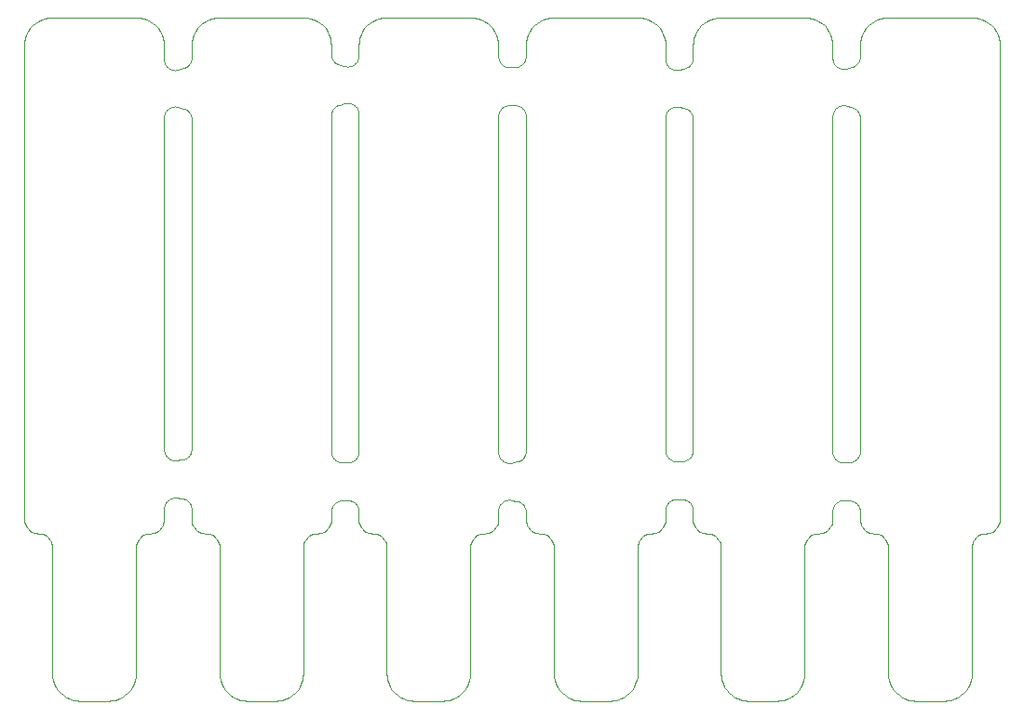
<source format=gko>
%MOIN*%
%OFA0B0*%
%FSLAX36Y36*%
%IPPOS*%
%LPD*%
%ADD10C,0*%
D10*
X002992126Y002089746D02*
X002992126Y002089746D01*
X002992126Y000894896D01*
X002992017Y000891978D01*
X002991693Y000889075D01*
X002991155Y000886205D01*
X002990405Y000883383D01*
X002989448Y000880624D01*
X002988289Y000877944D01*
X002986935Y000875357D01*
X002985393Y000872877D01*
X002983671Y000870519D01*
X002981779Y000868294D01*
X002979728Y000866216D01*
X002977528Y000864296D01*
X002975191Y000862544D01*
X002972732Y000860970D01*
X002970162Y000859583D01*
X002967497Y000858390D01*
X002964751Y000857397D01*
X002961938Y000856611D01*
X002959075Y000856036D01*
X002956178Y000855675D01*
X002936492Y000853957D01*
X002933233Y000853808D01*
X002929973Y000853930D01*
X002926734Y000854321D01*
X002923539Y000854979D01*
X002920409Y000855900D01*
X002917366Y000857076D01*
X002914430Y000858500D01*
X002911623Y000860163D01*
X002908963Y000862052D01*
X002906469Y000864155D01*
X002904157Y000866457D01*
X002902044Y000868942D01*
X002900144Y000871595D01*
X002898470Y000874395D01*
X002897034Y000877324D01*
X002895845Y000880362D01*
X002894911Y000883488D01*
X002894240Y000886681D01*
X002893836Y000889918D01*
X002893700Y000893178D01*
X002893700Y002095400D01*
X002893869Y002099037D01*
X002894373Y002102644D01*
X002895207Y002106188D01*
X002896366Y002109640D01*
X002897839Y002112970D01*
X002899613Y002116150D01*
X002901673Y002119153D01*
X002904002Y002121952D01*
X002906579Y002124524D01*
X002909384Y002126847D01*
X002912390Y002128901D01*
X002915574Y002130668D01*
X002918907Y002132134D01*
X002922362Y002133285D01*
X002925908Y002134113D01*
X002929515Y002134609D01*
X002933153Y002134770D01*
X002936790Y002134594D01*
X002940396Y002134082D01*
X002943938Y002133240D01*
X002963623Y002127587D01*
X002966042Y002126807D01*
X002968405Y002125872D01*
X002970703Y002124788D01*
X002972926Y002123557D01*
X002975065Y002122185D01*
X002977111Y002120678D01*
X002979056Y002119043D01*
X002980891Y002117285D01*
X002982609Y002115412D01*
X002984203Y002113433D01*
X002985666Y002111355D01*
X002986991Y002109187D01*
X002988174Y002106938D01*
X002989209Y002104617D01*
X002990093Y002102235D01*
X002990820Y002099800D01*
X002991390Y002097323D01*
X002991798Y002094815D01*
X002992044Y002092286D01*
X002992126Y002089746D01*
X000500000Y000688806D02*
X000500000Y000688806D01*
X000500136Y000692075D01*
X000500542Y000695320D01*
X000501217Y000698521D01*
X000502155Y000701655D01*
X000503350Y000704700D01*
X000504794Y000707635D01*
X000506477Y000710441D01*
X000508386Y000713097D01*
X000510509Y000715585D01*
X000512832Y000717888D01*
X000515338Y000719991D01*
X000518010Y000721878D01*
X000520829Y000723537D01*
X000523776Y000724957D01*
X000526831Y000726126D01*
X000529972Y000727038D01*
X000533179Y000727687D01*
X000536428Y000728066D01*
X000539697Y000728175D01*
X000542964Y000728012D01*
X000562649Y000726207D01*
X000565537Y000725834D01*
X000568389Y000725249D01*
X000571190Y000724455D01*
X000573925Y000723456D01*
X000576578Y000722257D01*
X000579135Y000720866D01*
X000581583Y000719289D01*
X000583908Y000717536D01*
X000586096Y000715616D01*
X000588137Y000713539D01*
X000590018Y000711317D01*
X000591731Y000708963D01*
X000593264Y000706488D01*
X000594611Y000703906D01*
X000595763Y000701233D01*
X000596714Y000698481D01*
X000597460Y000695667D01*
X000597995Y000692805D01*
X000598317Y000689911D01*
X000598425Y000687002D01*
X000598425Y000649999D01*
X000599041Y000642178D01*
X000600872Y000634549D01*
X000603874Y000627300D01*
X000607974Y000620611D01*
X000613069Y000614644D01*
X000619036Y000609549D01*
X000625726Y000605449D01*
X000632973Y000602447D01*
X000640603Y000600615D01*
X000648425Y000600000D01*
X000656247Y000599384D01*
X000663875Y000597553D01*
X000671124Y000594550D01*
X000677814Y000590451D01*
X000683780Y000585355D01*
X000688875Y000579389D01*
X000692974Y000572699D01*
X000695977Y000565451D01*
X000697809Y000557822D01*
X000698425Y000549999D01*
X000698425Y000099999D01*
X000699280Y000086947D01*
X000701832Y000074118D01*
X000706037Y000061731D01*
X000711822Y000050000D01*
X000719090Y000039123D01*
X000727714Y000029289D01*
X000737548Y000020664D01*
X000748425Y000013397D01*
X000760156Y000007612D01*
X000772543Y000003407D01*
X000785372Y000000855D01*
X000798424Y000000000D01*
X000898425Y000000000D01*
X000911476Y000000855D01*
X000924306Y000003407D01*
X000936692Y000007612D01*
X000948425Y000013397D01*
X000959300Y000020664D01*
X000969135Y000029289D01*
X000977760Y000039123D01*
X000985027Y000050000D01*
X000990812Y000061731D01*
X000995017Y000074118D01*
X000997569Y000086947D01*
X000998424Y000099999D01*
X000998424Y000549999D01*
X000999040Y000557822D01*
X001000872Y000565451D01*
X001003874Y000572699D01*
X001007973Y000579389D01*
X001013069Y000585355D01*
X001019036Y000590451D01*
X001025726Y000594550D01*
X001032974Y000597553D01*
X001040602Y000599384D01*
X001048425Y000600000D01*
X001056247Y000600615D01*
X001063875Y000602447D01*
X001071124Y000605449D01*
X001077813Y000609549D01*
X001083780Y000614644D01*
X001088875Y000620611D01*
X001092974Y000627300D01*
X001095977Y000634549D01*
X001097809Y000642178D01*
X001098425Y000649999D01*
X001098425Y000678747D01*
X001098537Y000681720D01*
X001098874Y000684676D01*
X001099433Y000687599D01*
X001100211Y000690470D01*
X001101204Y000693275D01*
X001102405Y000695997D01*
X001103809Y000698621D01*
X001105407Y000701131D01*
X001107190Y000703513D01*
X001109148Y000705753D01*
X001111269Y000707839D01*
X001113542Y000709760D01*
X001115954Y000711503D01*
X001118490Y000713059D01*
X001121136Y000714419D01*
X001123878Y000715575D01*
X001126699Y000716521D01*
X001129583Y000717251D01*
X001132514Y000717761D01*
X001135476Y000718048D01*
X001155161Y000719210D01*
X001158368Y000719268D01*
X001161569Y000719065D01*
X001164742Y000718603D01*
X001167868Y000717883D01*
X001170924Y000716911D01*
X001173892Y000715694D01*
X001176750Y000714240D01*
X001179481Y000712557D01*
X001182065Y000710658D01*
X001184487Y000708555D01*
X001186729Y000706262D01*
X001188777Y000703794D01*
X001190617Y000701167D01*
X001192238Y000698399D01*
X001193627Y000695509D01*
X001194777Y000692515D01*
X001195680Y000689437D01*
X001196328Y000686296D01*
X001196719Y000683113D01*
X001196850Y000679908D01*
X001196850Y000649999D01*
X001197466Y000642178D01*
X001199297Y000634549D01*
X001202299Y000627300D01*
X001206399Y000620611D01*
X001211494Y000614644D01*
X001217461Y000609549D01*
X001224151Y000605449D01*
X001231399Y000602447D01*
X001239028Y000600615D01*
X001246850Y000600000D01*
X001254672Y000599384D01*
X001262300Y000597553D01*
X001269549Y000594550D01*
X001276239Y000590451D01*
X001282205Y000585355D01*
X001287301Y000579389D01*
X001291399Y000572699D01*
X001294402Y000565451D01*
X001296234Y000557822D01*
X001296850Y000549999D01*
X001296850Y000099999D01*
X001297705Y000086947D01*
X001300257Y000074118D01*
X001304462Y000061731D01*
X001310247Y000050000D01*
X001317515Y000039123D01*
X001326139Y000029289D01*
X001335974Y000020664D01*
X001346850Y000013397D01*
X001358581Y000007612D01*
X001370968Y000003407D01*
X001383797Y000000855D01*
X001396850Y000000000D01*
X001496850Y000000000D01*
X001509902Y000000855D01*
X001522732Y000003407D01*
X001535118Y000007612D01*
X001546850Y000013397D01*
X001557725Y000020664D01*
X001567560Y000029289D01*
X001576185Y000039123D01*
X001583452Y000050000D01*
X001589237Y000061731D01*
X001593442Y000074118D01*
X001595994Y000086947D01*
X001596850Y000099999D01*
X001596850Y000549999D01*
X001597465Y000557822D01*
X001599297Y000565451D01*
X001602300Y000572699D01*
X001606398Y000579389D01*
X001611494Y000585355D01*
X001617461Y000590451D01*
X001624151Y000594550D01*
X001631399Y000597553D01*
X001639028Y000599384D01*
X001646850Y000600000D01*
X001654672Y000600615D01*
X001662300Y000602447D01*
X001669549Y000605449D01*
X001676239Y000609549D01*
X001682205Y000614644D01*
X001687300Y000620611D01*
X001691400Y000627300D01*
X001694403Y000634549D01*
X001696234Y000642178D01*
X001696850Y000649999D01*
X001696850Y000681275D01*
X001697002Y000684731D01*
X001697457Y000688160D01*
X001698211Y000691536D01*
X001699258Y000694833D01*
X001700591Y000698025D01*
X001702199Y000701088D01*
X001704070Y000703998D01*
X001706188Y000706732D01*
X001708539Y000709270D01*
X001711103Y000711592D01*
X001713862Y000713680D01*
X001716793Y000715517D01*
X001719873Y000717091D01*
X001723081Y000718387D01*
X001726389Y000719397D01*
X001729773Y000720113D01*
X001733208Y000720529D01*
X001736665Y000720642D01*
X001740119Y000720451D01*
X001743543Y000719958D01*
X001763228Y000716231D01*
X001765885Y000715632D01*
X001768494Y000714851D01*
X001771042Y000713892D01*
X001773519Y000712758D01*
X001775911Y000711457D01*
X001778207Y000709992D01*
X001780396Y000708373D01*
X001782469Y000706606D01*
X001784414Y000704700D01*
X001786223Y000702665D01*
X001787887Y000700509D01*
X001789397Y000698243D01*
X001790748Y000695878D01*
X001791932Y000693426D01*
X001792943Y000690897D01*
X001793777Y000688305D01*
X001794430Y000685661D01*
X001794899Y000682978D01*
X001795181Y000680270D01*
X001795275Y000677548D01*
X001795275Y000649999D01*
X001795891Y000642178D01*
X001797722Y000634549D01*
X001800725Y000627300D01*
X001804824Y000620611D01*
X001809919Y000614644D01*
X001815886Y000609549D01*
X001822576Y000605449D01*
X001829824Y000602447D01*
X001837453Y000600615D01*
X001845275Y000600000D01*
X001853097Y000599384D01*
X001860725Y000597553D01*
X001867974Y000594550D01*
X001874664Y000590451D01*
X001880630Y000585355D01*
X001885726Y000579389D01*
X001889825Y000572699D01*
X001892828Y000565451D01*
X001894659Y000557822D01*
X001895275Y000549999D01*
X001895275Y000099999D01*
X001896130Y000086947D01*
X001898682Y000074118D01*
X001902887Y000061731D01*
X001908672Y000050000D01*
X001915940Y000039123D01*
X001924564Y000029289D01*
X001934399Y000020664D01*
X001945275Y000013397D01*
X001957006Y000007612D01*
X001969393Y000003407D01*
X001982223Y000000855D01*
X001995275Y000000000D01*
X002095275Y000000000D01*
X002108327Y000000855D01*
X002121157Y000003407D01*
X002133543Y000007612D01*
X002145275Y000013397D01*
X002156150Y000020664D01*
X002165985Y000029289D01*
X002174611Y000039123D01*
X002181877Y000050000D01*
X002187662Y000061731D01*
X002191867Y000074118D01*
X002194419Y000086947D01*
X002195275Y000099999D01*
X002195275Y000549999D01*
X002195891Y000557822D01*
X002197722Y000565451D01*
X002200725Y000572699D01*
X002204824Y000579389D01*
X002209919Y000585355D01*
X002215886Y000590451D01*
X002222576Y000594550D01*
X002229824Y000597553D01*
X002237453Y000599384D01*
X002245275Y000600000D01*
X002253097Y000600615D01*
X002260725Y000602447D01*
X002267975Y000605449D01*
X002274664Y000609549D01*
X002280630Y000614644D01*
X002285725Y000620611D01*
X002289825Y000627300D01*
X002292828Y000634549D01*
X002294659Y000642178D01*
X002295275Y000649999D01*
X002295275Y000683983D01*
X002295403Y000687147D01*
X002295784Y000690291D01*
X002296417Y000693394D01*
X002297297Y000696437D01*
X002298419Y000699398D01*
X002299775Y000702260D01*
X002301357Y000705004D01*
X002303154Y000707611D01*
X002305155Y000710066D01*
X002307347Y000712352D01*
X002309716Y000714454D01*
X002312245Y000716359D01*
X002314920Y000718055D01*
X002317723Y000719530D01*
X002320635Y000720776D01*
X002323637Y000721783D01*
X002326711Y000722545D01*
X002329836Y000723058D01*
X002332992Y000723318D01*
X002336159Y000723324D01*
X002355845Y000722566D01*
X002358851Y000722335D01*
X002361832Y000721874D01*
X002364768Y000721187D01*
X002367643Y000720276D01*
X002370440Y000719149D01*
X002373142Y000717810D01*
X002375734Y000716269D01*
X002378200Y000714534D01*
X002380527Y000712615D01*
X002382700Y000710524D01*
X002384706Y000708272D01*
X002386534Y000705874D01*
X002388173Y000703342D01*
X002389613Y000700693D01*
X002390847Y000697941D01*
X002391866Y000695103D01*
X002392665Y000692195D01*
X002393239Y000689234D01*
X002393585Y000686239D01*
X002393701Y000683225D01*
X002393701Y000649999D01*
X002394316Y000642178D01*
X002396147Y000634549D01*
X002399150Y000627300D01*
X002403249Y000620611D01*
X002408344Y000614644D01*
X002414311Y000609549D01*
X002421001Y000605449D01*
X002428249Y000602447D01*
X002435878Y000600615D01*
X002443700Y000600000D01*
X002451522Y000599384D01*
X002459151Y000597553D01*
X002466400Y000594550D01*
X002473089Y000590451D01*
X002479055Y000585355D01*
X002484151Y000579389D01*
X002488250Y000572699D01*
X002491253Y000565451D01*
X002493085Y000557822D01*
X002493700Y000549999D01*
X002493700Y000099999D01*
X002494555Y000086947D01*
X002497108Y000074118D01*
X002501312Y000061731D01*
X002507097Y000050000D01*
X002514365Y000039123D01*
X002522989Y000029289D01*
X002532824Y000020664D01*
X002543700Y000013397D01*
X002555432Y000007612D01*
X002567818Y000003407D01*
X002580648Y000000855D01*
X002593700Y000000000D01*
X002693700Y000000000D01*
X002706752Y000000855D01*
X002719582Y000003407D01*
X002731968Y000007612D01*
X002743701Y000013397D01*
X002754576Y000020664D01*
X002764410Y000029289D01*
X002773036Y000039123D01*
X002780302Y000050000D01*
X002786087Y000061731D01*
X002790293Y000074118D01*
X002792845Y000086947D01*
X002793700Y000099999D01*
X002793700Y000549999D01*
X002794316Y000557822D01*
X002796147Y000565451D01*
X002799150Y000572699D01*
X002803249Y000579389D01*
X002808344Y000585355D01*
X002814311Y000590451D01*
X002821001Y000594550D01*
X002828249Y000597553D01*
X002835878Y000599384D01*
X002843700Y000600000D01*
X002851522Y000600615D01*
X002859151Y000602447D01*
X002866400Y000605449D01*
X002873089Y000609549D01*
X002879056Y000614644D01*
X002884150Y000620611D01*
X002888250Y000627300D01*
X002891253Y000634549D01*
X002893085Y000642178D01*
X002893700Y000649999D01*
X002893700Y000680197D01*
X002893836Y000683457D01*
X002894240Y000686694D01*
X002894911Y000689887D01*
X002895845Y000693013D01*
X002897034Y000696051D01*
X002898470Y000698980D01*
X002900144Y000701780D01*
X002902044Y000704432D01*
X002904157Y000706918D01*
X002906469Y000709220D01*
X002908963Y000711323D01*
X002911623Y000713212D01*
X002914430Y000714875D01*
X002917366Y000716299D01*
X002920409Y000717475D01*
X002923539Y000718396D01*
X002926734Y000719054D01*
X002929973Y000719445D01*
X002933233Y000719567D01*
X002936492Y000719418D01*
X002956178Y000717700D01*
X002959075Y000717339D01*
X002961938Y000716764D01*
X002964751Y000715978D01*
X002967497Y000714985D01*
X002970162Y000713792D01*
X002972732Y000712405D01*
X002975191Y000710831D01*
X002977528Y000709079D01*
X002979728Y000707159D01*
X002981779Y000705081D01*
X002983671Y000702856D01*
X002985393Y000700498D01*
X002986935Y000698018D01*
X002988289Y000695431D01*
X002989448Y000692751D01*
X002990405Y000689992D01*
X002991155Y000687170D01*
X002991693Y000684300D01*
X002992017Y000681397D01*
X002992126Y000678479D01*
X002992126Y000649999D01*
X002992741Y000642178D01*
X002994573Y000634549D01*
X002997575Y000627300D01*
X003001674Y000620611D01*
X003006769Y000614644D01*
X003012737Y000609549D01*
X003019426Y000605449D01*
X003026674Y000602447D01*
X003034304Y000600615D01*
X003042125Y000600000D01*
X003049948Y000599384D01*
X003057576Y000597553D01*
X003064825Y000594550D01*
X003071515Y000590451D01*
X003077481Y000585355D01*
X003082576Y000579389D01*
X003086675Y000572699D01*
X003089678Y000565451D01*
X003091510Y000557822D01*
X003092125Y000549999D01*
X003092125Y000099999D01*
X003092980Y000086947D01*
X003095533Y000074118D01*
X003099737Y000061731D01*
X003105523Y000050000D01*
X003112790Y000039123D01*
X003121415Y000029289D01*
X003131249Y000020664D01*
X003142126Y000013397D01*
X003153857Y000007612D01*
X003166244Y000003407D01*
X003179073Y000000855D01*
X003192125Y000000000D01*
X003292126Y000000000D01*
X003305177Y000000855D01*
X003318007Y000003407D01*
X003330393Y000007612D01*
X003342126Y000013397D01*
X003353001Y000020664D01*
X003362836Y000029289D01*
X003371461Y000039123D01*
X003378728Y000050000D01*
X003384513Y000061731D01*
X003388718Y000074118D01*
X003391270Y000086947D01*
X003392125Y000099999D01*
X003392125Y000549999D01*
X003392741Y000557822D01*
X003394573Y000565451D01*
X003397575Y000572699D01*
X003401674Y000579389D01*
X003406770Y000585355D01*
X003412737Y000590451D01*
X003419426Y000594550D01*
X003426674Y000597553D01*
X003434303Y000599384D01*
X003442125Y000600000D01*
X003449948Y000600615D01*
X003457576Y000602447D01*
X003464825Y000605449D01*
X003471514Y000609549D01*
X003477481Y000614644D01*
X003482576Y000620611D01*
X003486675Y000627300D01*
X003489678Y000634549D01*
X003491510Y000642178D01*
X003492126Y000649999D01*
X003492126Y002349999D01*
X003491270Y002363052D01*
X003488718Y002375882D01*
X003484513Y002388268D01*
X003478728Y002400000D01*
X003471461Y002410876D01*
X003462836Y002420711D01*
X003453001Y002429335D01*
X003442125Y002436602D01*
X003430393Y002442388D01*
X003418008Y002446592D01*
X003405178Y002449144D01*
X003392125Y002449999D01*
X003092125Y002449999D01*
X003079073Y002449144D01*
X003066244Y002446592D01*
X003053857Y002442388D01*
X003042125Y002436602D01*
X003031249Y002429335D01*
X003021414Y002420711D01*
X003012790Y002410876D01*
X003005522Y002400000D01*
X002999737Y002388268D01*
X002995533Y002375882D01*
X002992981Y002363052D01*
X002992126Y002349999D01*
X002992126Y002309710D01*
X002992044Y002307171D01*
X002991798Y002304641D01*
X002991390Y002302133D01*
X002990820Y002299657D01*
X002990093Y002297222D01*
X002989209Y002294839D01*
X002988174Y002292519D01*
X002986991Y002290270D01*
X002985666Y002288102D01*
X002984203Y002286024D01*
X002982609Y002284044D01*
X002980891Y002282172D01*
X002979056Y002280414D01*
X002977111Y002278778D01*
X002975065Y002277272D01*
X002972926Y002275900D01*
X002970703Y002274669D01*
X002968405Y002273584D01*
X002966042Y002272650D01*
X002963623Y002271870D01*
X002943938Y002266216D01*
X002940396Y002265374D01*
X002936790Y002264863D01*
X002933153Y002264687D01*
X002929515Y002264848D01*
X002925908Y002265344D01*
X002922362Y002266171D01*
X002918907Y002267323D01*
X002915574Y002268788D01*
X002912390Y002270556D01*
X002909384Y002272610D01*
X002906579Y002274933D01*
X002904002Y002277505D01*
X002901673Y002280304D01*
X002899613Y002283306D01*
X002897839Y002286486D01*
X002896366Y002289817D01*
X002895207Y002293269D01*
X002894373Y002296813D01*
X002893869Y002300419D01*
X002893700Y002304057D01*
X002893700Y002349999D01*
X002892844Y002363052D01*
X002890292Y002375882D01*
X002886088Y002388268D01*
X002880303Y002400000D01*
X002873036Y002410876D01*
X002864411Y002420711D01*
X002854576Y002429335D01*
X002843700Y002436602D01*
X002831968Y002442388D01*
X002819582Y002446592D01*
X002806752Y002449144D01*
X002793700Y002449999D01*
X002493700Y002449999D01*
X002480647Y002449144D01*
X002467819Y002446592D01*
X002455432Y002442388D01*
X002443700Y002436602D01*
X002432824Y002429335D01*
X002422989Y002420711D01*
X002414365Y002410876D01*
X002407097Y002400000D01*
X002401312Y002388268D01*
X002397107Y002375882D01*
X002394555Y002363052D01*
X002393701Y002349999D01*
X002393701Y002305013D01*
X002393613Y002302383D01*
X002393349Y002299765D01*
X002392912Y002297171D01*
X002392301Y002294611D01*
X002391522Y002292098D01*
X002390576Y002289642D01*
X002389468Y002287256D01*
X002388204Y002284948D01*
X002386788Y002282730D01*
X002385227Y002280612D01*
X002383528Y002278603D01*
X002381699Y002276711D01*
X002379747Y002274947D01*
X002377682Y002273316D01*
X002375513Y002271827D01*
X002373249Y002270486D01*
X002370900Y002269300D01*
X002368477Y002268273D01*
X002365992Y002267410D01*
X002363454Y002266715D01*
X002343769Y002262025D01*
X002340280Y002261359D01*
X002336746Y002261010D01*
X002333195Y002260980D01*
X002329656Y002261271D01*
X002326157Y002261879D01*
X002322727Y002262801D01*
X002319395Y002264027D01*
X002316186Y002265549D01*
X002313128Y002267354D01*
X002310244Y002269427D01*
X002307559Y002271752D01*
X002305095Y002274309D01*
X002302871Y002277077D01*
X002300906Y002280035D01*
X002299215Y002283158D01*
X002297812Y002286420D01*
X002296709Y002289796D01*
X002295915Y002293257D01*
X002295435Y002296776D01*
X002295275Y002300324D01*
X002295275Y002349999D01*
X002294419Y002363052D01*
X002291867Y002375882D01*
X002287663Y002388268D01*
X002281878Y002400000D01*
X002274610Y002410876D01*
X002265986Y002420711D01*
X002256151Y002429335D01*
X002245275Y002436602D01*
X002233543Y002442388D01*
X002221157Y002446592D01*
X002208327Y002449144D01*
X002195275Y002449999D01*
X001895275Y002449999D01*
X001882222Y002449144D01*
X001869393Y002446592D01*
X001857007Y002442388D01*
X001845275Y002436602D01*
X001834399Y002429335D01*
X001824564Y002420711D01*
X001815940Y002410876D01*
X001808672Y002400000D01*
X001802887Y002388268D01*
X001798682Y002375882D01*
X001796130Y002363052D01*
X001795275Y002349999D01*
X001795275Y002310761D01*
X001795157Y002307715D01*
X001794804Y002304687D01*
X001794217Y002301696D01*
X001793401Y002298759D01*
X001792360Y002295894D01*
X001791101Y002293118D01*
X001789630Y002290448D01*
X001787958Y002287899D01*
X001786093Y002285488D01*
X001784047Y002283228D01*
X001781832Y002281133D01*
X001779462Y002279216D01*
X001776951Y002277488D01*
X001774314Y002275960D01*
X001771566Y002274640D01*
X001768724Y002273536D01*
X001765806Y002272656D01*
X001762828Y002272004D01*
X001759809Y002271585D01*
X001756766Y002271400D01*
X001737081Y002270970D01*
X001733947Y002271026D01*
X001730828Y002271331D01*
X001727743Y002271884D01*
X001724711Y002272680D01*
X001721752Y002273715D01*
X001718886Y002274982D01*
X001716129Y002276473D01*
X001713499Y002278178D01*
X001711013Y002280088D01*
X001708687Y002282189D01*
X001706536Y002284468D01*
X001704573Y002286911D01*
X001702810Y002289503D01*
X001701259Y002292227D01*
X001699930Y002295065D01*
X001698830Y002298001D01*
X001697968Y002301014D01*
X001697348Y002304086D01*
X001696975Y002307198D01*
X001696850Y002310330D01*
X001696850Y002349999D01*
X001695994Y002363052D01*
X001693442Y002375882D01*
X001689237Y002388268D01*
X001683452Y002400000D01*
X001676185Y002410876D01*
X001667560Y002420711D01*
X001657726Y002429335D01*
X001646850Y002436602D01*
X001635117Y002442388D01*
X001622732Y002446592D01*
X001609902Y002449144D01*
X001596850Y002449999D01*
X001296850Y002449999D01*
X001283797Y002449144D01*
X001270968Y002446592D01*
X001258582Y002442388D01*
X001246850Y002436602D01*
X001235973Y002429335D01*
X001226139Y002420711D01*
X001217514Y002410876D01*
X001210247Y002400000D01*
X001204462Y002388268D01*
X001200257Y002375882D01*
X001197705Y002363052D01*
X001196850Y002349999D01*
X001196850Y002312940D01*
X001196687Y002309354D01*
X001196197Y002305799D01*
X001195386Y002302302D01*
X001194259Y002298894D01*
X001192827Y002295603D01*
X001191101Y002292455D01*
X001189096Y002289478D01*
X001186828Y002286697D01*
X001184315Y002284133D01*
X001181580Y002281808D01*
X001178645Y002279743D01*
X001175533Y002277953D01*
X001172272Y002276454D01*
X001168887Y002275259D01*
X001165408Y002274377D01*
X001161863Y002273815D01*
X001158281Y002273578D01*
X001154693Y002273669D01*
X001151128Y002274086D01*
X001147615Y002274826D01*
X001127930Y002279921D01*
X001125443Y002280653D01*
X001123009Y002281547D01*
X001120639Y002282600D01*
X001118343Y002283806D01*
X001116132Y002285161D01*
X001114015Y002286658D01*
X001112001Y002288291D01*
X001110099Y002290054D01*
X001108317Y002291938D01*
X001106663Y002293935D01*
X001105144Y002296037D01*
X001103767Y002298234D01*
X001102537Y002300517D01*
X001101460Y002302876D01*
X001100541Y002305300D01*
X001099784Y002307780D01*
X001099191Y002310305D01*
X001098766Y002312863D01*
X001098510Y002315443D01*
X001098425Y002318035D01*
X001098425Y002349999D01*
X001097569Y002363052D01*
X001095017Y002375882D01*
X001090812Y002388268D01*
X001085027Y002400000D01*
X001077760Y002410876D01*
X001069135Y002420711D01*
X001059300Y002429335D01*
X001048425Y002436602D01*
X001036692Y002442388D01*
X001024307Y002446592D01*
X001011477Y002449144D01*
X000998424Y002449999D01*
X000698425Y002449999D01*
X000685372Y002449144D01*
X000672543Y002446592D01*
X000660156Y002442388D01*
X000648425Y002436602D01*
X000637548Y002429335D01*
X000627713Y002420711D01*
X000619089Y002410876D01*
X000611821Y002400000D01*
X000606036Y002388268D01*
X000601832Y002375882D01*
X000599280Y002363052D01*
X000598425Y002349999D01*
X000598425Y002305466D01*
X000598343Y002302934D01*
X000598099Y002300413D01*
X000597694Y002297912D01*
X000597128Y002295443D01*
X000596405Y002293016D01*
X000595527Y002290640D01*
X000594498Y002288325D01*
X000593322Y002286081D01*
X000592005Y002283918D01*
X000590551Y002281844D01*
X000588967Y002279867D01*
X000587259Y002277997D01*
X000585434Y002276240D01*
X000583500Y002274604D01*
X000581465Y002273096D01*
X000579337Y002271722D01*
X000577125Y002270487D01*
X000574838Y002269398D01*
X000572486Y002268458D01*
X000570078Y002267670D01*
X000550393Y002261929D01*
X000546846Y002261071D01*
X000543235Y002260544D01*
X000539590Y002260355D01*
X000535944Y002260504D01*
X000532327Y002260989D01*
X000528770Y002261808D01*
X000525305Y002262952D01*
X000521960Y002264413D01*
X000518766Y002266176D01*
X000515748Y002268228D01*
X000512933Y002270551D01*
X000510345Y002273124D01*
X000508007Y002275926D01*
X000505938Y002278933D01*
X000504156Y002282118D01*
X000502677Y002285454D01*
X000501513Y002288913D01*
X000500675Y002292465D01*
X000500169Y002296079D01*
X000500000Y002299724D01*
X000500000Y002349999D01*
X000499144Y002363052D01*
X000496592Y002375882D01*
X000492387Y002388268D01*
X000486602Y002400000D01*
X000479335Y002410876D01*
X000470710Y002420711D01*
X000460875Y002429335D01*
X000449999Y002436602D01*
X000438267Y002442388D01*
X000425882Y002446592D01*
X000413052Y002449144D01*
X000399999Y002449999D01*
X000099999Y002449999D01*
X000086947Y002449144D01*
X000074118Y002446592D01*
X000061731Y002442388D01*
X000049999Y002436602D01*
X000039123Y002429335D01*
X000029288Y002420711D01*
X000020664Y002410876D01*
X000013396Y002400000D01*
X000007611Y002388268D01*
X000003407Y002375882D01*
X000000855Y002363052D01*
X000000000Y002349999D01*
X000000000Y000649999D01*
X000000615Y000642178D01*
X000002447Y000634549D01*
X000005449Y000627300D01*
X000009548Y000620611D01*
X000014643Y000614644D01*
X000020611Y000609549D01*
X000027300Y000605449D01*
X000034548Y000602447D01*
X000042178Y000600615D01*
X000049999Y000600000D01*
X000057822Y000599384D01*
X000065450Y000597553D01*
X000072699Y000594550D01*
X000079389Y000590451D01*
X000085355Y000585355D01*
X000090450Y000579389D01*
X000094549Y000572699D01*
X000097552Y000565451D01*
X000099384Y000557822D01*
X000099999Y000549999D01*
X000099999Y000099999D01*
X000100854Y000086947D01*
X000103407Y000074118D01*
X000107611Y000061731D01*
X000113397Y000050000D01*
X000120664Y000039123D01*
X000129289Y000029289D01*
X000139123Y000020664D01*
X000150000Y000013397D01*
X000161731Y000007612D01*
X000174118Y000003407D01*
X000186947Y000000855D01*
X000199999Y000000000D01*
X000300000Y000000000D01*
X000313051Y000000855D01*
X000325881Y000003407D01*
X000338267Y000007612D01*
X000350000Y000013397D01*
X000360875Y000020664D01*
X000370710Y000029289D01*
X000379335Y000039123D01*
X000386602Y000050000D01*
X000392387Y000061731D01*
X000396592Y000074118D01*
X000399144Y000086947D01*
X000399999Y000099999D01*
X000399999Y000549999D01*
X000400615Y000557822D01*
X000402447Y000565451D01*
X000405449Y000572699D01*
X000409548Y000579389D01*
X000414644Y000585355D01*
X000420611Y000590451D01*
X000427301Y000594550D01*
X000434548Y000597553D01*
X000442177Y000599384D01*
X000449999Y000600000D01*
X000457822Y000600615D01*
X000465450Y000602447D01*
X000472699Y000605449D01*
X000479388Y000609549D01*
X000485355Y000614644D01*
X000490450Y000620611D01*
X000494549Y000627300D01*
X000497552Y000634549D01*
X000499384Y000642178D01*
X000500000Y000649999D01*
X000500000Y000688806D01*
X002295275Y002090569D02*
X002295275Y002090569D01*
X002295435Y002094117D01*
X002295915Y002097636D01*
X002296709Y002101097D01*
X002297812Y002104472D01*
X002299215Y002107735D01*
X002300906Y002110858D01*
X002302871Y002113816D01*
X002305095Y002116584D01*
X002307559Y002119141D01*
X002310244Y002121466D01*
X002313128Y002123539D01*
X002316186Y002125344D01*
X002319395Y002126865D01*
X002322727Y002128092D01*
X002326157Y002129013D01*
X002329656Y002129622D01*
X002333195Y002129912D01*
X002336746Y002129883D01*
X002340280Y002129534D01*
X002343769Y002128868D01*
X002363454Y002124178D01*
X002365992Y002123483D01*
X002368477Y002122620D01*
X002370900Y002121593D01*
X002373249Y002120407D01*
X002375513Y002119066D01*
X002377682Y002117577D01*
X002379747Y002115946D01*
X002381699Y002114181D01*
X002383528Y002112290D01*
X002385227Y002110281D01*
X002386788Y002108162D01*
X002388204Y002105945D01*
X002389468Y002103637D01*
X002390576Y002101250D01*
X002391522Y002098795D01*
X002392301Y002096282D01*
X002392912Y002093722D01*
X002393349Y002091128D01*
X002393613Y002088510D01*
X002393701Y002085880D01*
X002393701Y000898714D01*
X002393585Y000895700D01*
X002393239Y000892704D01*
X002392665Y000889744D01*
X002391866Y000886836D01*
X002390847Y000883998D01*
X002389613Y000881246D01*
X002388173Y000878597D01*
X002386534Y000876065D01*
X002384706Y000873667D01*
X002382700Y000871415D01*
X002380527Y000869324D01*
X002378200Y000867405D01*
X002375734Y000865670D01*
X002373142Y000864128D01*
X002370440Y000862790D01*
X002367643Y000861662D01*
X002364768Y000860752D01*
X002361832Y000860065D01*
X002358851Y000859604D01*
X002355845Y000859373D01*
X002336159Y000858615D01*
X002332992Y000858621D01*
X002329836Y000858881D01*
X002326711Y000859394D01*
X002323637Y000860156D01*
X002320635Y000861163D01*
X002317723Y000862408D01*
X002314920Y000863884D01*
X002312245Y000865579D01*
X002309716Y000867484D01*
X002307347Y000869587D01*
X002305155Y000871873D01*
X002303154Y000874327D01*
X002301357Y000876935D01*
X002299775Y000879679D01*
X002298419Y000882541D01*
X002297297Y000885502D01*
X002296417Y000888544D01*
X002295784Y000891648D01*
X002295403Y000894792D01*
X002295275Y000897956D01*
X002295275Y002090569D01*
X001696850Y002096025D02*
X001696850Y002096025D01*
X001696975Y002099157D01*
X001697348Y002102269D01*
X001697968Y002105341D01*
X001698830Y002108355D01*
X001699930Y002111290D01*
X001701259Y002114128D01*
X001702810Y002116852D01*
X001704573Y002119444D01*
X001706536Y002121887D01*
X001708687Y002124167D01*
X001711013Y002126268D01*
X001713499Y002128177D01*
X001716129Y002129882D01*
X001718886Y002131373D01*
X001721752Y002132640D01*
X001724711Y002133675D01*
X001727743Y002134471D01*
X001730828Y002135024D01*
X001733947Y002135329D01*
X001737081Y002135386D01*
X001756766Y002134955D01*
X001759809Y002134770D01*
X001762828Y002134351D01*
X001765806Y002133699D01*
X001768724Y002132819D01*
X001771566Y002131716D01*
X001774314Y002130396D01*
X001776951Y002128867D01*
X001779462Y002127139D01*
X001781832Y002125222D01*
X001784047Y002123127D01*
X001786093Y002120867D01*
X001787958Y002118456D01*
X001789630Y002115908D01*
X001791101Y002113237D01*
X001792360Y002110462D01*
X001793401Y002107597D01*
X001794217Y002104660D01*
X001794804Y002101668D01*
X001795157Y002098640D01*
X001795275Y002095594D01*
X001795275Y000895827D01*
X001795181Y000893105D01*
X001794899Y000890397D01*
X001794430Y000887714D01*
X001793777Y000885070D01*
X001792943Y000882478D01*
X001791932Y000879949D01*
X001790748Y000877497D01*
X001789397Y000875132D01*
X001787887Y000872866D01*
X001786223Y000870710D01*
X001784414Y000868674D01*
X001782469Y000866769D01*
X001780396Y000865002D01*
X001778207Y000863382D01*
X001775911Y000861918D01*
X001773519Y000860617D01*
X001771042Y000859483D01*
X001768494Y000858524D01*
X001765885Y000857743D01*
X001763228Y000857144D01*
X001743543Y000853417D01*
X001740119Y000852924D01*
X001736665Y000852733D01*
X001733208Y000852846D01*
X001729773Y000853262D01*
X001726389Y000853977D01*
X001723081Y000854988D01*
X001719873Y000856284D01*
X001716793Y000857857D01*
X001713862Y000859695D01*
X001711103Y000861783D01*
X001708539Y000864105D01*
X001706188Y000866643D01*
X001704070Y000869377D01*
X001702199Y000872287D01*
X001700591Y000875350D01*
X001699258Y000878542D01*
X001698211Y000881839D01*
X001697457Y000885215D01*
X001697002Y000888644D01*
X001696850Y000892100D01*
X001696850Y002096025D01*
X001098425Y002098549D02*
X001098425Y002098549D01*
X001098510Y002101141D01*
X001098766Y002103721D01*
X001099191Y002106279D01*
X001099784Y002108804D01*
X001100541Y002111284D01*
X001101460Y002113709D01*
X001102537Y002116068D01*
X001103767Y002118351D01*
X001105144Y002120548D01*
X001106663Y002122649D01*
X001108317Y002124646D01*
X001110099Y002126530D01*
X001112001Y002128293D01*
X001114015Y002129926D01*
X001116132Y002131424D01*
X001118343Y002132778D01*
X001120639Y002133985D01*
X001123009Y002135037D01*
X001125443Y002135931D01*
X001127930Y002136663D01*
X001147615Y002141758D01*
X001151128Y002142498D01*
X001154693Y002142915D01*
X001158281Y002143006D01*
X001161863Y002142770D01*
X001165408Y002142208D01*
X001168887Y002141325D01*
X001172272Y002140130D01*
X001175533Y002138631D01*
X001178645Y002136841D01*
X001181580Y002134776D01*
X001184315Y002132452D01*
X001186828Y002129888D01*
X001189096Y002127106D01*
X001191101Y002124129D01*
X001192827Y002120982D01*
X001194259Y002117690D01*
X001195386Y002114282D01*
X001196197Y002110786D01*
X001196687Y002107230D01*
X001196850Y002103644D01*
X001196850Y000893467D01*
X001196719Y000890262D01*
X001196328Y000887079D01*
X001195680Y000883938D01*
X001194777Y000880860D01*
X001193627Y000877866D01*
X001192238Y000874976D01*
X001190617Y000872208D01*
X001188777Y000869581D01*
X001186729Y000867113D01*
X001184487Y000864820D01*
X001182065Y000862717D01*
X001179481Y000860818D01*
X001176750Y000859135D01*
X001173892Y000857681D01*
X001170924Y000856463D01*
X001167868Y000855492D01*
X001164742Y000854772D01*
X001161569Y000854310D01*
X001158368Y000854107D01*
X001155161Y000854165D01*
X001135476Y000855327D01*
X001132514Y000855614D01*
X001129583Y000856124D01*
X001126699Y000856854D01*
X001123878Y000857800D01*
X001121136Y000858956D01*
X001118490Y000860316D01*
X001115954Y000861872D01*
X001113542Y000863615D01*
X001111269Y000865535D01*
X001109148Y000867622D01*
X001107190Y000869862D01*
X001105407Y000872244D01*
X001103809Y000874754D01*
X001102405Y000877378D01*
X001101204Y000880100D01*
X001100211Y000882905D01*
X001099433Y000885776D01*
X001098874Y000888699D01*
X001098537Y000891655D01*
X001098425Y000894628D01*
X001098425Y002098549D01*
X000500000Y002091168D02*
X000500000Y002091168D01*
X000500169Y002094814D01*
X000500675Y002098428D01*
X000501513Y002101980D01*
X000502677Y002105439D01*
X000504156Y002108775D01*
X000505938Y002111960D01*
X000508007Y002114967D01*
X000510345Y002117769D01*
X000512933Y002120342D01*
X000515748Y002122664D01*
X000518766Y002124716D01*
X000521960Y002126480D01*
X000525305Y002127941D01*
X000528770Y002129085D01*
X000532327Y002129903D01*
X000535944Y002130389D01*
X000539590Y002130538D01*
X000543235Y002130348D01*
X000546846Y002129822D01*
X000550393Y002128964D01*
X000570078Y002123222D01*
X000572486Y002122435D01*
X000574838Y002121495D01*
X000577125Y002120405D01*
X000579337Y002119171D01*
X000581465Y002117797D01*
X000583500Y002116289D01*
X000585434Y002114653D01*
X000587259Y002112896D01*
X000588967Y002111026D01*
X000590551Y002109049D01*
X000592005Y002106975D01*
X000593322Y002104811D01*
X000594498Y002102568D01*
X000595527Y002100253D01*
X000596405Y002097877D01*
X000597128Y002095449D01*
X000597694Y002092980D01*
X000598099Y002090480D01*
X000598343Y002087959D01*
X000598425Y002085427D01*
X000598425Y000903501D01*
X000598317Y000900592D01*
X000597995Y000897698D01*
X000597460Y000894836D01*
X000596714Y000892022D01*
X000595763Y000889270D01*
X000594611Y000886596D01*
X000593264Y000884015D01*
X000591731Y000881540D01*
X000590018Y000879185D01*
X000588137Y000876963D01*
X000586096Y000874887D01*
X000583908Y000872967D01*
X000581583Y000871214D01*
X000579135Y000869637D01*
X000576578Y000868246D01*
X000573925Y000867047D01*
X000571190Y000866048D01*
X000568389Y000865253D01*
X000565537Y000864668D01*
X000562649Y000864295D01*
X000542964Y000862491D01*
X000539697Y000862328D01*
X000536428Y000862436D01*
X000533179Y000862816D01*
X000529972Y000863464D01*
X000526831Y000864376D01*
X000523776Y000865546D01*
X000520829Y000866965D01*
X000518010Y000868624D01*
X000515338Y000870512D01*
X000512832Y000872614D01*
X000510509Y000874918D01*
X000508386Y000877406D01*
X000506477Y000880062D01*
X000504794Y000882867D01*
X000503350Y000885803D01*
X000502155Y000888848D01*
X000501217Y000891981D01*
X000500542Y000895182D01*
X000500136Y000898428D01*
X000500000Y000901696D01*
X000500000Y002091168D01*
M02*
</source>
